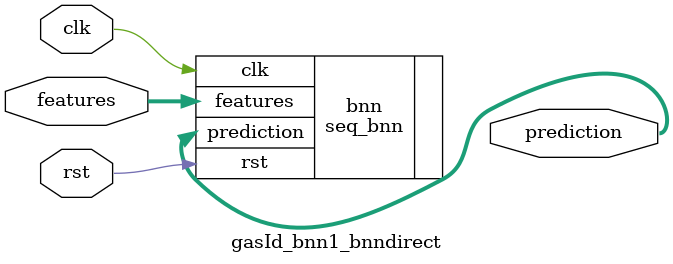
<source format=v>













module gasId_bnn1_bnndirect #(

parameter FEAT_CNT = 128,
parameter HIDDEN_CNT = 40,
parameter FEAT_BITS = 4,
parameter CLASS_CNT = 6,
parameter TEST_CNT = 1000


  ) (
  input clk,
  input rst,
  input [FEAT_CNT*FEAT_BITS-1:0] features,
  output [$clog2(CLASS_CNT)-1:0] prediction
  );

  localparam Weights0 = 5120'b01111111110011111101000001110011011111101111111111000000001000000110100000111101000110100111101000001110100011101110001000010100010110010011101011011101010111111011100011001000000111111110010001011100101111000100111110101100001100111011010111000000010000100001111111011111001110001011000001101110111111111011111111111111000111000101001111110010000010101010101011011000001111111001110100111000001100111101011110011011101010011010011100101111100010100100001011100010000100111101001011011010101000000111000100010001011001100010000100000000110000010000010000010110111111011111110100000000110000111111000011110011100101101100001101011111101001011001100010011100010111111001101011110100111110000110101011000010100111100101111010011111011011001001101010010100110000000110000010010010000000001010000101000011001100110110001101000000100110111010011010000000111100000011001010100001111010100101111111111110001000010100010101100101010000011100000110000001111100000111000110100001000000110000000111110011010001011100110100011111101001101101101001101101110110001101110100101111110001001111111111111101001100111111101100001010110110101111000010111001100111110101111110100000101000011100011100000111010000100100010001100000001000000110001000000110000101011010010111101111101011111001000001100010011000001110000000011111010111010010000001100001101111110101111100011111001100111110111101001100001100011011000110011101110111110110000100100001000000010110001011000010001000011100000011110100011000011000000000010011111000111000011110010101110110111001001010011111110111110000100001011000100110110000111100011111101111110111111100111110001000101010101011111011110010101111111111011111100111000111110000111100100111001101100000100000001011111111111111010100110010101110110001101110000110001011010010001100110111110110000101100000111010100010101001110001000000001010111011001111110111100100001001010110000101100110100001010000101011110011111100111110000111111111001000011000110110001101111011111011100000010111100000011010011010001100101100101010101111111010000000111110000111011010111110011101100110000010100101101001101111111101110111011111110100011100110111001111100100001000000101110011100011011011010010000101000110101010101010111111000001101011111010111011100000010111101001101010110111100100001011110101011110011001001000100000001001100010011001101111000101101000010001000010001000101010100110001011111101111011011100001111011001100000100011000001001110100101101001011110001111100111111011101010111000100000000000111110111111101100100101001001100111101000111100100000101100101100101011011111011100000001110011001011011110111110010001000000000011100110100100111011011110000111111110100111101100010010001000000011000001100110001011001100000111101110011011000000111000100001001111001011111101111101010000101110110101100010100011011100110001010000000001101111111011111101000001000000101010101110001000010111001000011000011111110101001101010100010101001000000000011100000011000001000000100010001110011101110101000010000001000000001000010110001011000110110101001010111011001111111110100111010000000001111000001100010101000000111001010010010110100111011111111001010010100111100000100011011101110000001000000101111111011111110101000010010001001101000011011000010100100000101111111101111111100011010101110000110001011101100100011110000111111101101011010010000000000100101011001100111101100000111000001100101111001110101000101010001001000100010101111011000000010000101011000010100110100111010101111100000000000010000101010010111111100010001000101111101111001100111100110100010000101011101001100100110000100000101000010011000101000011111000101001111110000001100001000010001010011010110001011101010010110111100011110000011011100000110001000001011101100111101000001110000001010111110101110110000100111111110000010010000101110000101100100100111010001110011111010000010101011111011111010001110111011111010011110101110110010111001100000111110110101100101010000001111101001111000111110011001100010011110100000010101101000011100000111010111111001111000000000010000001111101110010011101000011110010010011101101111110010000110000001000001111100110001000011100000110001101001101111010000010100000110000110100011100110110011100111100110110000111010111111001110011111100011011010001100011011100110000100000110101111111111111011001001001011101010010101010100000010010101000101010001101001111011000011010010110000111001000010100111100100111000100000011010011100011010001000011000101110111011101010111011101010111011000010001100101011011111111010001110100011000111000001011111111111111000111100011001011111100010011010011000011110100110111110011111110000110001111111111110100010111011001110101111110100001111100001011001010011011110110111001110100111111101011110110001110000000110010110110110110100000111000001010011000001111001000011000010111000101000011111110001011100000000011110001111101010111110000011011100011111000010111111001111100001110011110110000000001000000010011010111101110011010101010000111111111111111000000000010011011010101101000001111111110011011111000010110000111011111000111110000011001101011000011111001111001010001111000000101111100111011 ;
  localparam Weights1 = 240'b001101100010110011101111111110000101100100111011101110001100100011010110111110010011010000101000111011101111100011011101110101110110000001111111010010111010101110110110000010000111110101011111100011100111010010101100110110001100101001011011 ;

  seq_bnn #(.FEAT_CNT(FEAT_CNT),.FEAT_BITS(FEAT_BITS),.HIDDEN_CNT(HIDDEN_CNT),.CLASS_CNT(CLASS_CNT),.Weights0(Weights0),.Weights1(Weights1)) bnn (
    .clk(clk),
    .rst(rst),
    .features(features),
    .prediction(prediction)
  );

endmodule

</source>
